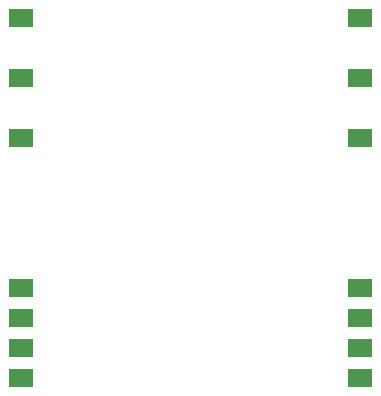
<source format=gbr>
%TF.GenerationSoftware,KiCad,Pcbnew,(6.0.9)*%
%TF.CreationDate,2024-07-13T20:48:36+02:00*%
%TF.ProjectId,pwr_sply,7077725f-7370-46c7-992e-6b696361645f,rev?*%
%TF.SameCoordinates,Original*%
%TF.FileFunction,Paste,Top*%
%TF.FilePolarity,Positive*%
%FSLAX46Y46*%
G04 Gerber Fmt 4.6, Leading zero omitted, Abs format (unit mm)*
G04 Created by KiCad (PCBNEW (6.0.9)) date 2024-07-13 20:48:36*
%MOMM*%
%LPD*%
G01*
G04 APERTURE LIST*
%ADD10R,2.030000X1.500000*%
G04 APERTURE END LIST*
D10*
%TO.C,PS1*%
X51400000Y-73510000D03*
X51400000Y-78590000D03*
X51400000Y-83670000D03*
X51400000Y-96370000D03*
X51400000Y-98910000D03*
X51400000Y-101450000D03*
X51400000Y-103990000D03*
X80100000Y-103990000D03*
X80100000Y-101450000D03*
X80100000Y-98910000D03*
X80100000Y-96370000D03*
X80100000Y-83670000D03*
X80100000Y-78590000D03*
X80100000Y-73510000D03*
%TD*%
M02*

</source>
